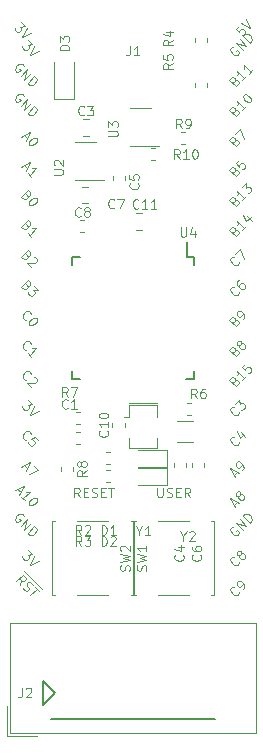
<source format=gto>
G04 #@! TF.GenerationSoftware,KiCad,Pcbnew,5.1.8-db9833491~88~ubuntu20.04.1*
G04 #@! TF.CreationDate,2021-01-17T16:25:24+01:00*
G04 #@! TF.ProjectId,Pic32MxRedFox,50696333-324d-4785-9265-64466f782e6b,Rev2*
G04 #@! TF.SameCoordinates,PX5faea10PY8eeaea0*
G04 #@! TF.FileFunction,Legend,Top*
G04 #@! TF.FilePolarity,Positive*
%FSLAX46Y46*%
G04 Gerber Fmt 4.6, Leading zero omitted, Abs format (unit mm)*
G04 Created by KiCad (PCBNEW 5.1.8-db9833491~88~ubuntu20.04.1) date 2021-01-17 16:25:24*
%MOMM*%
%LPD*%
G01*
G04 APERTURE LIST*
%ADD10C,0.120000*%
%ADD11C,0.150000*%
%ADD12C,0.200000*%
G04 APERTURE END LIST*
D10*
X12217571Y19932596D02*
X12217571Y19284977D01*
X12255666Y19208786D01*
X12293761Y19170691D01*
X12369952Y19132596D01*
X12522333Y19132596D01*
X12598523Y19170691D01*
X12636619Y19208786D01*
X12674714Y19284977D01*
X12674714Y19932596D01*
X13017571Y19170691D02*
X13131857Y19132596D01*
X13322333Y19132596D01*
X13398523Y19170691D01*
X13436619Y19208786D01*
X13474714Y19284977D01*
X13474714Y19361167D01*
X13436619Y19437358D01*
X13398523Y19475453D01*
X13322333Y19513548D01*
X13169952Y19551643D01*
X13093761Y19589739D01*
X13055666Y19627834D01*
X13017571Y19704024D01*
X13017571Y19780215D01*
X13055666Y19856405D01*
X13093761Y19894500D01*
X13169952Y19932596D01*
X13360428Y19932596D01*
X13474714Y19894500D01*
X13817571Y19551643D02*
X14084238Y19551643D01*
X14198523Y19132596D02*
X13817571Y19132596D01*
X13817571Y19932596D01*
X14198523Y19932596D01*
X14998523Y19132596D02*
X14731857Y19513548D01*
X14541380Y19132596D02*
X14541380Y19932596D01*
X14846142Y19932596D01*
X14922333Y19894500D01*
X14960428Y19856405D01*
X14998523Y19780215D01*
X14998523Y19665929D01*
X14960428Y19589739D01*
X14922333Y19551643D01*
X14846142Y19513548D01*
X14541380Y19513548D01*
X5632595Y19132596D02*
X5365928Y19513548D01*
X5175452Y19132596D02*
X5175452Y19932596D01*
X5480214Y19932596D01*
X5556404Y19894500D01*
X5594500Y19856405D01*
X5632595Y19780215D01*
X5632595Y19665929D01*
X5594500Y19589739D01*
X5556404Y19551643D01*
X5480214Y19513548D01*
X5175452Y19513548D01*
X5975452Y19551643D02*
X6242119Y19551643D01*
X6356404Y19132596D02*
X5975452Y19132596D01*
X5975452Y19932596D01*
X6356404Y19932596D01*
X6661166Y19170691D02*
X6775452Y19132596D01*
X6965928Y19132596D01*
X7042119Y19170691D01*
X7080214Y19208786D01*
X7118309Y19284977D01*
X7118309Y19361167D01*
X7080214Y19437358D01*
X7042119Y19475453D01*
X6965928Y19513548D01*
X6813547Y19551643D01*
X6737357Y19589739D01*
X6699261Y19627834D01*
X6661166Y19704024D01*
X6661166Y19780215D01*
X6699261Y19856405D01*
X6737357Y19894500D01*
X6813547Y19932596D01*
X7004023Y19932596D01*
X7118309Y19894500D01*
X7461166Y19551643D02*
X7727833Y19551643D01*
X7842119Y19132596D02*
X7461166Y19132596D01*
X7461166Y19932596D01*
X7842119Y19932596D01*
X8070690Y19932596D02*
X8527833Y19932596D01*
X8299261Y19132596D02*
X8299261Y19932596D01*
D11*
X2540000Y1524000D02*
X2540000Y3556000D01*
X3556000Y2540000D02*
X2540000Y1524000D01*
X3556000Y2540000D02*
X2540000Y3556000D01*
D10*
X895515Y12903189D02*
X1461201Y12337503D01*
X579944Y11671746D02*
X660756Y12129681D01*
X256695Y11994994D02*
X822380Y12560680D01*
X1037880Y12345181D01*
X1064817Y12264368D01*
X1064817Y12210494D01*
X1037880Y12129681D01*
X957067Y12048869D01*
X876255Y12021932D01*
X822380Y12021932D01*
X741568Y12048869D01*
X526069Y12264368D01*
X1461201Y12337503D02*
X1999949Y11798755D01*
X822380Y11483184D02*
X876255Y11375434D01*
X1010942Y11240747D01*
X1091754Y11213810D01*
X1145629Y11213810D01*
X1226441Y11240747D01*
X1280316Y11294622D01*
X1307254Y11375434D01*
X1307254Y11429309D01*
X1280316Y11510121D01*
X1199504Y11644808D01*
X1172567Y11725620D01*
X1172567Y11779495D01*
X1199504Y11860307D01*
X1253379Y11914182D01*
X1334191Y11941120D01*
X1388066Y11941120D01*
X1468878Y11914182D01*
X1603565Y11779495D01*
X1657440Y11671746D01*
X1999949Y11798755D02*
X2430947Y11367757D01*
X1846002Y11537059D02*
X2169250Y11213810D01*
X1441941Y10809749D02*
X2007626Y11375434D01*
X903193Y17505993D02*
X876255Y17586805D01*
X795443Y17667617D01*
X687693Y17721492D01*
X579944Y17721492D01*
X499132Y17694555D01*
X364445Y17613742D01*
X283632Y17532930D01*
X202820Y17398243D01*
X175883Y17317431D01*
X175883Y17209681D01*
X229758Y17101932D01*
X283632Y17048057D01*
X391382Y16994182D01*
X445257Y16994182D01*
X633819Y17182744D01*
X526069Y17290494D01*
X633819Y16697871D02*
X1199504Y17263556D01*
X957067Y16374622D01*
X1522753Y16940307D01*
X1226441Y16105248D02*
X1792127Y16670933D01*
X1926814Y16536246D01*
X1980689Y16428497D01*
X1980689Y16320747D01*
X1953751Y16239935D01*
X1872939Y16105248D01*
X1792127Y16024436D01*
X1657440Y15943624D01*
X1576628Y15916686D01*
X1468878Y15916686D01*
X1361128Y15970561D01*
X1226441Y16105248D01*
X1280316Y14642744D02*
X1630502Y14292558D01*
X1226441Y14265620D01*
X1307254Y14184808D01*
X1334191Y14103996D01*
X1334191Y14050121D01*
X1307254Y13969309D01*
X1172567Y13834622D01*
X1091754Y13807685D01*
X1037880Y13807685D01*
X957067Y13834622D01*
X795443Y13996246D01*
X768506Y14077059D01*
X768506Y14130933D01*
X1792127Y14130933D02*
X1415003Y13376686D01*
X2169250Y13753810D01*
X364445Y19830494D02*
X633819Y19561120D01*
X148945Y19722744D02*
X903193Y20099868D01*
X526069Y19345620D01*
X1010942Y18860747D02*
X687693Y19183996D01*
X849318Y19022372D02*
X1415003Y19588057D01*
X1280316Y19561120D01*
X1172567Y19561120D01*
X1091754Y19588057D01*
X1926814Y19076246D02*
X1980689Y19022372D01*
X2007626Y18941559D01*
X2007626Y18887685D01*
X1980689Y18806872D01*
X1899876Y18672185D01*
X1765189Y18537498D01*
X1630502Y18456686D01*
X1549690Y18429749D01*
X1495815Y18429749D01*
X1415003Y18456686D01*
X1361128Y18510561D01*
X1334191Y18591373D01*
X1334191Y18645248D01*
X1361128Y18726060D01*
X1441941Y18860747D01*
X1576628Y18995434D01*
X1711315Y19076246D01*
X1792127Y19103184D01*
X1846002Y19103184D01*
X1926814Y19076246D01*
X903193Y21831746D02*
X1172567Y21562372D01*
X687693Y21723996D02*
X1441941Y22101120D01*
X1064817Y21346872D01*
X1765189Y21777871D02*
X2142313Y21400747D01*
X1334191Y21077498D01*
X1064817Y23994622D02*
X1010942Y23994622D01*
X903193Y24048497D01*
X849318Y24102372D01*
X795443Y24210121D01*
X795443Y24317871D01*
X822380Y24398683D01*
X903193Y24533370D01*
X984005Y24614182D01*
X1118692Y24694994D01*
X1199504Y24721932D01*
X1307254Y24721932D01*
X1415003Y24668057D01*
X1468878Y24614182D01*
X1522753Y24506433D01*
X1522753Y24452558D01*
X2088438Y23994622D02*
X1819064Y24263996D01*
X1522753Y24021559D01*
X1576628Y24021559D01*
X1657440Y23994622D01*
X1792127Y23859935D01*
X1819064Y23779123D01*
X1819064Y23725248D01*
X1792127Y23644436D01*
X1657440Y23509749D01*
X1576628Y23482811D01*
X1522753Y23482811D01*
X1441941Y23509749D01*
X1307254Y23644436D01*
X1280316Y23725248D01*
X1280316Y23779123D01*
X1280316Y27342744D02*
X1630502Y26992558D01*
X1226441Y26965620D01*
X1307254Y26884808D01*
X1334191Y26803996D01*
X1334191Y26750121D01*
X1307254Y26669309D01*
X1172567Y26534622D01*
X1091754Y26507685D01*
X1037880Y26507685D01*
X957067Y26534622D01*
X795443Y26696246D01*
X768506Y26777059D01*
X768506Y26830933D01*
X1792127Y26830933D02*
X1415003Y26076686D01*
X2169250Y26453810D01*
X1064817Y29074622D02*
X1010942Y29074622D01*
X903193Y29128497D01*
X849318Y29182372D01*
X795443Y29290121D01*
X795443Y29397871D01*
X822380Y29478683D01*
X903193Y29613370D01*
X984005Y29694182D01*
X1118692Y29774994D01*
X1199504Y29801932D01*
X1307254Y29801932D01*
X1415003Y29748057D01*
X1468878Y29694182D01*
X1522753Y29586433D01*
X1522753Y29532558D01*
X1738252Y29317059D02*
X1792127Y29317059D01*
X1872939Y29290121D01*
X2007626Y29155434D01*
X2034563Y29074622D01*
X2034563Y29020747D01*
X2007626Y28939935D01*
X1953751Y28886060D01*
X1846002Y28832185D01*
X1199504Y28832185D01*
X1549690Y28481999D01*
X1064817Y31614622D02*
X1010942Y31614622D01*
X903193Y31668497D01*
X849318Y31722372D01*
X795443Y31830121D01*
X795443Y31937871D01*
X822380Y32018683D01*
X903193Y32153370D01*
X984005Y32234182D01*
X1118692Y32314994D01*
X1199504Y32341932D01*
X1307254Y32341932D01*
X1415003Y32288057D01*
X1468878Y32234182D01*
X1522753Y32126433D01*
X1522753Y32072558D01*
X1549690Y31021999D02*
X1226441Y31345248D01*
X1388066Y31183624D02*
X1953751Y31749309D01*
X1819064Y31722372D01*
X1711315Y31722372D01*
X1630502Y31749309D01*
X1064817Y34154622D02*
X1010942Y34154622D01*
X903193Y34208497D01*
X849318Y34262372D01*
X795443Y34370121D01*
X795443Y34477871D01*
X822380Y34558683D01*
X903193Y34693370D01*
X984005Y34774182D01*
X1118692Y34854994D01*
X1199504Y34881932D01*
X1307254Y34881932D01*
X1415003Y34828057D01*
X1468878Y34774182D01*
X1522753Y34666433D01*
X1522753Y34612558D01*
X1926814Y34316246D02*
X1980689Y34262372D01*
X2007626Y34181559D01*
X2007626Y34127685D01*
X1980689Y34046872D01*
X1899876Y33912185D01*
X1765189Y33777498D01*
X1630502Y33696686D01*
X1549690Y33669749D01*
X1495815Y33669749D01*
X1415003Y33696686D01*
X1361128Y33750561D01*
X1334191Y33831373D01*
X1334191Y33885248D01*
X1361128Y33966060D01*
X1441941Y34100747D01*
X1576628Y34235434D01*
X1711315Y34316246D01*
X1792127Y34343184D01*
X1846002Y34343184D01*
X1926814Y34316246D01*
X1172567Y37071746D02*
X1226441Y36963996D01*
X1226441Y36910121D01*
X1199504Y36829309D01*
X1118692Y36748497D01*
X1037880Y36721559D01*
X984005Y36721559D01*
X903193Y36748497D01*
X687693Y36963996D01*
X1253379Y37529681D01*
X1441941Y37341120D01*
X1468878Y37260307D01*
X1468878Y37206433D01*
X1441941Y37125620D01*
X1388066Y37071746D01*
X1307254Y37044808D01*
X1253379Y37044808D01*
X1172567Y37071746D01*
X984005Y37260307D01*
X1765189Y37017871D02*
X2115376Y36667685D01*
X1711315Y36640747D01*
X1792127Y36559935D01*
X1819064Y36479123D01*
X1819064Y36425248D01*
X1792127Y36344436D01*
X1657440Y36209749D01*
X1576628Y36182811D01*
X1522753Y36182811D01*
X1441941Y36209749D01*
X1280316Y36371373D01*
X1253379Y36452185D01*
X1253379Y36506060D01*
X1172567Y39611746D02*
X1226441Y39503996D01*
X1226441Y39450121D01*
X1199504Y39369309D01*
X1118692Y39288497D01*
X1037880Y39261559D01*
X984005Y39261559D01*
X903193Y39288497D01*
X687693Y39503996D01*
X1253379Y40069681D01*
X1441941Y39881120D01*
X1468878Y39800307D01*
X1468878Y39746433D01*
X1441941Y39665620D01*
X1388066Y39611746D01*
X1307254Y39584808D01*
X1253379Y39584808D01*
X1172567Y39611746D01*
X984005Y39800307D01*
X1738252Y39477059D02*
X1792127Y39477059D01*
X1872939Y39450121D01*
X2007626Y39315434D01*
X2034563Y39234622D01*
X2034563Y39180747D01*
X2007626Y39099935D01*
X1953751Y39046060D01*
X1846002Y38992185D01*
X1199504Y38992185D01*
X1549690Y38641999D01*
X1172567Y42151746D02*
X1226441Y42043996D01*
X1226441Y41990121D01*
X1199504Y41909309D01*
X1118692Y41828497D01*
X1037880Y41801559D01*
X984005Y41801559D01*
X903193Y41828497D01*
X687693Y42043996D01*
X1253379Y42609681D01*
X1441941Y42421120D01*
X1468878Y42340307D01*
X1468878Y42286433D01*
X1441941Y42205620D01*
X1388066Y42151746D01*
X1307254Y42124808D01*
X1253379Y42124808D01*
X1172567Y42151746D01*
X984005Y42340307D01*
X1549690Y41181999D02*
X1226441Y41505248D01*
X1388066Y41343624D02*
X1953751Y41909309D01*
X1819064Y41882372D01*
X1711315Y41882372D01*
X1630502Y41909309D01*
X1172567Y44691746D02*
X1226441Y44583996D01*
X1226441Y44530121D01*
X1199504Y44449309D01*
X1118692Y44368497D01*
X1037880Y44341559D01*
X984005Y44341559D01*
X903193Y44368497D01*
X687693Y44583996D01*
X1253379Y45149681D01*
X1441941Y44961120D01*
X1468878Y44880307D01*
X1468878Y44826433D01*
X1441941Y44745620D01*
X1388066Y44691746D01*
X1307254Y44664808D01*
X1253379Y44664808D01*
X1172567Y44691746D01*
X984005Y44880307D01*
X1926814Y44476246D02*
X1980689Y44422372D01*
X2007626Y44341559D01*
X2007626Y44287685D01*
X1980689Y44206872D01*
X1899876Y44072185D01*
X1765189Y43937498D01*
X1630502Y43856686D01*
X1549690Y43829749D01*
X1495815Y43829749D01*
X1415003Y43856686D01*
X1361128Y43910561D01*
X1334191Y43991373D01*
X1334191Y44045248D01*
X1361128Y44126060D01*
X1441941Y44260747D01*
X1576628Y44395434D01*
X1711315Y44476246D01*
X1792127Y44503184D01*
X1846002Y44503184D01*
X1926814Y44476246D01*
X903193Y47231746D02*
X1172567Y46962372D01*
X687693Y47123996D02*
X1441941Y47501120D01*
X1064817Y46746872D01*
X1549690Y46261999D02*
X1226441Y46585248D01*
X1388066Y46423624D02*
X1953751Y46989309D01*
X1819064Y46962372D01*
X1711315Y46962372D01*
X1630502Y46989309D01*
X903193Y49771746D02*
X1172567Y49502372D01*
X687693Y49663996D02*
X1441941Y50041120D01*
X1064817Y49286872D01*
X1926814Y49556246D02*
X1980689Y49502372D01*
X2007626Y49421559D01*
X2007626Y49367685D01*
X1980689Y49286872D01*
X1899876Y49152185D01*
X1765189Y49017498D01*
X1630502Y48936686D01*
X1549690Y48909749D01*
X1495815Y48909749D01*
X1415003Y48936686D01*
X1361128Y48990561D01*
X1334191Y49071373D01*
X1334191Y49125248D01*
X1361128Y49206060D01*
X1441941Y49340747D01*
X1576628Y49475434D01*
X1711315Y49556246D01*
X1792127Y49583184D01*
X1846002Y49583184D01*
X1926814Y49556246D01*
X903193Y53065993D02*
X876255Y53146805D01*
X795443Y53227617D01*
X687693Y53281492D01*
X579944Y53281492D01*
X499132Y53254555D01*
X364445Y53173742D01*
X283632Y53092930D01*
X202820Y52958243D01*
X175883Y52877431D01*
X175883Y52769681D01*
X229758Y52661932D01*
X283632Y52608057D01*
X391382Y52554182D01*
X445257Y52554182D01*
X633819Y52742744D01*
X526069Y52850494D01*
X633819Y52257871D02*
X1199504Y52823556D01*
X957067Y51934622D01*
X1522753Y52500307D01*
X1226441Y51665248D02*
X1792127Y52230933D01*
X1926814Y52096246D01*
X1980689Y51988497D01*
X1980689Y51880747D01*
X1953751Y51799935D01*
X1872939Y51665248D01*
X1792127Y51584436D01*
X1657440Y51503624D01*
X1576628Y51476686D01*
X1468878Y51476686D01*
X1361128Y51530561D01*
X1226441Y51665248D01*
X903193Y55605993D02*
X876255Y55686805D01*
X795443Y55767617D01*
X687693Y55821492D01*
X579944Y55821492D01*
X499132Y55794555D01*
X364445Y55713742D01*
X283632Y55632930D01*
X202820Y55498243D01*
X175883Y55417431D01*
X175883Y55309681D01*
X229758Y55201932D01*
X283632Y55148057D01*
X391382Y55094182D01*
X445257Y55094182D01*
X633819Y55282744D01*
X526069Y55390494D01*
X633819Y54797871D02*
X1199504Y55363556D01*
X957067Y54474622D01*
X1522753Y55040307D01*
X1226441Y54205248D02*
X1792127Y54770933D01*
X1926814Y54636246D01*
X1980689Y54528497D01*
X1980689Y54420747D01*
X1953751Y54339935D01*
X1872939Y54205248D01*
X1792127Y54124436D01*
X1657440Y54043624D01*
X1576628Y54016686D01*
X1468878Y54016686D01*
X1361128Y54070561D01*
X1226441Y54205248D01*
X1280316Y57822744D02*
X1630502Y57472558D01*
X1226441Y57445620D01*
X1307254Y57364808D01*
X1334191Y57283996D01*
X1334191Y57230121D01*
X1307254Y57149309D01*
X1172567Y57014622D01*
X1091754Y56987685D01*
X1037880Y56987685D01*
X957067Y57014622D01*
X795443Y57176246D01*
X768506Y57257059D01*
X768506Y57310933D01*
X1792127Y57310933D02*
X1415003Y56556686D01*
X2169250Y56933810D01*
X645316Y59346744D02*
X995502Y58996558D01*
X591441Y58969620D01*
X672254Y58888808D01*
X699191Y58807996D01*
X699191Y58754121D01*
X672254Y58673309D01*
X537567Y58538622D01*
X456754Y58511685D01*
X402880Y58511685D01*
X322067Y58538622D01*
X160443Y58700246D01*
X133506Y58781059D01*
X133506Y58834933D01*
X1157127Y58834933D02*
X780003Y58080686D01*
X1534250Y58457810D01*
X19130120Y11106060D02*
X19130120Y11052185D01*
X19076245Y10944436D01*
X19022371Y10890561D01*
X18914621Y10836686D01*
X18806871Y10836686D01*
X18726059Y10863624D01*
X18591372Y10944436D01*
X18510560Y11025248D01*
X18429748Y11159935D01*
X18402810Y11240747D01*
X18402810Y11348497D01*
X18456685Y11456246D01*
X18510560Y11510121D01*
X18618310Y11563996D01*
X18672184Y11563996D01*
X19453369Y11321559D02*
X19561119Y11429309D01*
X19588056Y11510121D01*
X19588056Y11563996D01*
X19561119Y11698683D01*
X19480306Y11833370D01*
X19264807Y12048869D01*
X19183995Y12075807D01*
X19130120Y12075807D01*
X19049308Y12048869D01*
X18941558Y11941120D01*
X18914621Y11860307D01*
X18914621Y11806433D01*
X18941558Y11725620D01*
X19076245Y11590933D01*
X19157058Y11563996D01*
X19210932Y11563996D01*
X19291745Y11590933D01*
X19399494Y11698683D01*
X19426432Y11779495D01*
X19426432Y11833370D01*
X19399494Y11914182D01*
X19130120Y13646060D02*
X19130120Y13592185D01*
X19076245Y13484436D01*
X19022371Y13430561D01*
X18914621Y13376686D01*
X18806871Y13376686D01*
X18726059Y13403624D01*
X18591372Y13484436D01*
X18510560Y13565248D01*
X18429748Y13699935D01*
X18402810Y13780747D01*
X18402810Y13888497D01*
X18456685Y13996246D01*
X18510560Y14050121D01*
X18618310Y14103996D01*
X18672184Y14103996D01*
X19183995Y14238683D02*
X19103183Y14211746D01*
X19049308Y14211746D01*
X18968496Y14238683D01*
X18941558Y14265620D01*
X18914621Y14346433D01*
X18914621Y14400307D01*
X18941558Y14481120D01*
X19049308Y14588869D01*
X19130120Y14615807D01*
X19183995Y14615807D01*
X19264807Y14588869D01*
X19291745Y14561932D01*
X19318682Y14481120D01*
X19318682Y14427245D01*
X19291745Y14346433D01*
X19183995Y14238683D01*
X19157058Y14157871D01*
X19157058Y14103996D01*
X19183995Y14023184D01*
X19291745Y13915434D01*
X19372557Y13888497D01*
X19426432Y13888497D01*
X19507244Y13915434D01*
X19614993Y14023184D01*
X19641931Y14103996D01*
X19641931Y14157871D01*
X19614993Y14238683D01*
X19507244Y14346433D01*
X19426432Y14373370D01*
X19372557Y14373370D01*
X19291745Y14346433D01*
X18618310Y16643996D02*
X18537497Y16617059D01*
X18456685Y16536246D01*
X18402810Y16428497D01*
X18402810Y16320747D01*
X18429748Y16239935D01*
X18510560Y16105248D01*
X18591372Y16024436D01*
X18726059Y15943624D01*
X18806871Y15916686D01*
X18914621Y15916686D01*
X19022371Y15970561D01*
X19076245Y16024436D01*
X19130120Y16132185D01*
X19130120Y16186060D01*
X18941558Y16374622D01*
X18833809Y16266872D01*
X19426432Y16374622D02*
X18860746Y16940307D01*
X19749680Y16697871D01*
X19183995Y17263556D01*
X20019054Y16967245D02*
X19453369Y17532930D01*
X19588056Y17667617D01*
X19695806Y17721492D01*
X19803555Y17721492D01*
X19884367Y17694555D01*
X20019054Y17613742D01*
X20099867Y17532930D01*
X20180679Y17398243D01*
X20207616Y17317431D01*
X20207616Y17209681D01*
X20153741Y17101932D01*
X20019054Y16967245D01*
X18672184Y18483624D02*
X18941558Y18752998D01*
X18779934Y18268124D02*
X18402810Y19022372D01*
X19157058Y18645248D01*
X19103183Y19237871D02*
X19022371Y19210933D01*
X18968496Y19210933D01*
X18887684Y19237871D01*
X18860746Y19264808D01*
X18833809Y19345620D01*
X18833809Y19399495D01*
X18860746Y19480307D01*
X18968496Y19588057D01*
X19049308Y19614994D01*
X19103183Y19614994D01*
X19183995Y19588057D01*
X19210932Y19561120D01*
X19237870Y19480307D01*
X19237870Y19426433D01*
X19210932Y19345620D01*
X19103183Y19237871D01*
X19076245Y19157059D01*
X19076245Y19103184D01*
X19103183Y19022372D01*
X19210932Y18914622D01*
X19291745Y18887685D01*
X19345619Y18887685D01*
X19426432Y18914622D01*
X19534181Y19022372D01*
X19561119Y19103184D01*
X19561119Y19157059D01*
X19534181Y19237871D01*
X19426432Y19345620D01*
X19345619Y19372558D01*
X19291745Y19372558D01*
X19210932Y19345620D01*
X18672184Y21023624D02*
X18941558Y21292998D01*
X18779934Y20808124D02*
X18402810Y21562372D01*
X19157058Y21185248D01*
X19372557Y21400747D02*
X19480306Y21508497D01*
X19507244Y21589309D01*
X19507244Y21643184D01*
X19480306Y21777871D01*
X19399494Y21912558D01*
X19183995Y22128057D01*
X19103183Y22154994D01*
X19049308Y22154994D01*
X18968496Y22128057D01*
X18860746Y22020307D01*
X18833809Y21939495D01*
X18833809Y21885620D01*
X18860746Y21804808D01*
X18995433Y21670121D01*
X19076245Y21643184D01*
X19130120Y21643184D01*
X19210932Y21670121D01*
X19318682Y21777871D01*
X19345619Y21858683D01*
X19345619Y21912558D01*
X19318682Y21993370D01*
X19130120Y23806060D02*
X19130120Y23752185D01*
X19076245Y23644436D01*
X19022371Y23590561D01*
X18914621Y23536686D01*
X18806871Y23536686D01*
X18726059Y23563624D01*
X18591372Y23644436D01*
X18510560Y23725248D01*
X18429748Y23859935D01*
X18402810Y23940747D01*
X18402810Y24048497D01*
X18456685Y24156246D01*
X18510560Y24210121D01*
X18618310Y24263996D01*
X18672184Y24263996D01*
X19291745Y24614182D02*
X19668868Y24237059D01*
X18941558Y24694994D02*
X19210932Y24156246D01*
X19561119Y24506433D01*
X19130120Y26346060D02*
X19130120Y26292185D01*
X19076245Y26184436D01*
X19022371Y26130561D01*
X18914621Y26076686D01*
X18806871Y26076686D01*
X18726059Y26103624D01*
X18591372Y26184436D01*
X18510560Y26265248D01*
X18429748Y26399935D01*
X18402810Y26480747D01*
X18402810Y26588497D01*
X18456685Y26696246D01*
X18510560Y26750121D01*
X18618310Y26803996D01*
X18672184Y26803996D01*
X18806871Y27046433D02*
X19157058Y27396619D01*
X19183995Y26992558D01*
X19264807Y27073370D01*
X19345619Y27100307D01*
X19399494Y27100307D01*
X19480306Y27073370D01*
X19614993Y26938683D01*
X19641931Y26857871D01*
X19641931Y26803996D01*
X19614993Y26723184D01*
X19453369Y26561559D01*
X19372557Y26534622D01*
X19318682Y26534622D01*
X18752997Y28993810D02*
X18860746Y29047685D01*
X18914621Y29047685D01*
X18995433Y29020747D01*
X19076245Y28939935D01*
X19103183Y28859123D01*
X19103183Y28805248D01*
X19076245Y28724436D01*
X18860746Y28508937D01*
X18295061Y29074622D01*
X18483623Y29263184D01*
X18564435Y29290121D01*
X18618310Y29290121D01*
X18699122Y29263184D01*
X18752997Y29209309D01*
X18779934Y29128497D01*
X18779934Y29074622D01*
X18752997Y28993810D01*
X18564435Y28805248D01*
X19722743Y29370933D02*
X19399494Y29047685D01*
X19561119Y29209309D02*
X18995433Y29774994D01*
X19022371Y29640307D01*
X19022371Y29532558D01*
X18995433Y29451746D01*
X19668868Y30448429D02*
X19399494Y30179055D01*
X19641931Y29882744D01*
X19641931Y29936619D01*
X19668868Y30017431D01*
X19803555Y30152118D01*
X19884367Y30179055D01*
X19938242Y30179055D01*
X20019054Y30152118D01*
X20153741Y30017431D01*
X20180679Y29936619D01*
X20180679Y29882744D01*
X20153741Y29801932D01*
X20019054Y29667245D01*
X19938242Y29640307D01*
X19884367Y29640307D01*
X18752997Y31533810D02*
X18860746Y31587685D01*
X18914621Y31587685D01*
X18995433Y31560747D01*
X19076245Y31479935D01*
X19103183Y31399123D01*
X19103183Y31345248D01*
X19076245Y31264436D01*
X18860746Y31048937D01*
X18295061Y31614622D01*
X18483623Y31803184D01*
X18564435Y31830121D01*
X18618310Y31830121D01*
X18699122Y31803184D01*
X18752997Y31749309D01*
X18779934Y31668497D01*
X18779934Y31614622D01*
X18752997Y31533810D01*
X18564435Y31345248D01*
X19183995Y32018683D02*
X19103183Y31991746D01*
X19049308Y31991746D01*
X18968496Y32018683D01*
X18941558Y32045620D01*
X18914621Y32126433D01*
X18914621Y32180307D01*
X18941558Y32261120D01*
X19049308Y32368869D01*
X19130120Y32395807D01*
X19183995Y32395807D01*
X19264807Y32368869D01*
X19291745Y32341932D01*
X19318682Y32261120D01*
X19318682Y32207245D01*
X19291745Y32126433D01*
X19183995Y32018683D01*
X19157058Y31937871D01*
X19157058Y31883996D01*
X19183995Y31803184D01*
X19291745Y31695434D01*
X19372557Y31668497D01*
X19426432Y31668497D01*
X19507244Y31695434D01*
X19614993Y31803184D01*
X19641931Y31883996D01*
X19641931Y31937871D01*
X19614993Y32018683D01*
X19507244Y32126433D01*
X19426432Y32153370D01*
X19372557Y32153370D01*
X19291745Y32126433D01*
X18752997Y34073810D02*
X18860746Y34127685D01*
X18914621Y34127685D01*
X18995433Y34100747D01*
X19076245Y34019935D01*
X19103183Y33939123D01*
X19103183Y33885248D01*
X19076245Y33804436D01*
X18860746Y33588937D01*
X18295061Y34154622D01*
X18483623Y34343184D01*
X18564435Y34370121D01*
X18618310Y34370121D01*
X18699122Y34343184D01*
X18752997Y34289309D01*
X18779934Y34208497D01*
X18779934Y34154622D01*
X18752997Y34073810D01*
X18564435Y33885248D01*
X19453369Y34181559D02*
X19561119Y34289309D01*
X19588056Y34370121D01*
X19588056Y34423996D01*
X19561119Y34558683D01*
X19480306Y34693370D01*
X19264807Y34908869D01*
X19183995Y34935807D01*
X19130120Y34935807D01*
X19049308Y34908869D01*
X18941558Y34801120D01*
X18914621Y34720307D01*
X18914621Y34666433D01*
X18941558Y34585620D01*
X19076245Y34450933D01*
X19157058Y34423996D01*
X19210932Y34423996D01*
X19291745Y34450933D01*
X19399494Y34558683D01*
X19426432Y34639495D01*
X19426432Y34693370D01*
X19399494Y34774182D01*
X19130120Y36506060D02*
X19130120Y36452185D01*
X19076245Y36344436D01*
X19022371Y36290561D01*
X18914621Y36236686D01*
X18806871Y36236686D01*
X18726059Y36263624D01*
X18591372Y36344436D01*
X18510560Y36425248D01*
X18429748Y36559935D01*
X18402810Y36640747D01*
X18402810Y36748497D01*
X18456685Y36856246D01*
X18510560Y36910121D01*
X18618310Y36963996D01*
X18672184Y36963996D01*
X19103183Y37502744D02*
X18995433Y37394994D01*
X18968496Y37314182D01*
X18968496Y37260307D01*
X18995433Y37125620D01*
X19076245Y36990933D01*
X19291745Y36775434D01*
X19372557Y36748497D01*
X19426432Y36748497D01*
X19507244Y36775434D01*
X19614993Y36883184D01*
X19641931Y36963996D01*
X19641931Y37017871D01*
X19614993Y37098683D01*
X19480306Y37233370D01*
X19399494Y37260307D01*
X19345619Y37260307D01*
X19264807Y37233370D01*
X19157058Y37125620D01*
X19130120Y37044808D01*
X19130120Y36990933D01*
X19157058Y36910121D01*
X19130120Y39046060D02*
X19130120Y38992185D01*
X19076245Y38884436D01*
X19022371Y38830561D01*
X18914621Y38776686D01*
X18806871Y38776686D01*
X18726059Y38803624D01*
X18591372Y38884436D01*
X18510560Y38965248D01*
X18429748Y39099935D01*
X18402810Y39180747D01*
X18402810Y39288497D01*
X18456685Y39396246D01*
X18510560Y39450121D01*
X18618310Y39503996D01*
X18672184Y39503996D01*
X18806871Y39746433D02*
X19183995Y40123556D01*
X19507244Y39315434D01*
X18752997Y41693810D02*
X18860746Y41747685D01*
X18914621Y41747685D01*
X18995433Y41720747D01*
X19076245Y41639935D01*
X19103183Y41559123D01*
X19103183Y41505248D01*
X19076245Y41424436D01*
X18860746Y41208937D01*
X18295061Y41774622D01*
X18483623Y41963184D01*
X18564435Y41990121D01*
X18618310Y41990121D01*
X18699122Y41963184D01*
X18752997Y41909309D01*
X18779934Y41828497D01*
X18779934Y41774622D01*
X18752997Y41693810D01*
X18564435Y41505248D01*
X19722743Y42070933D02*
X19399494Y41747685D01*
X19561119Y41909309D02*
X18995433Y42474994D01*
X19022371Y42340307D01*
X19022371Y42232558D01*
X18995433Y42151746D01*
X19830493Y42932930D02*
X20207616Y42555807D01*
X19480306Y43013742D02*
X19749680Y42474994D01*
X20099867Y42825181D01*
X18752997Y44233810D02*
X18860746Y44287685D01*
X18914621Y44287685D01*
X18995433Y44260747D01*
X19076245Y44179935D01*
X19103183Y44099123D01*
X19103183Y44045248D01*
X19076245Y43964436D01*
X18860746Y43748937D01*
X18295061Y44314622D01*
X18483623Y44503184D01*
X18564435Y44530121D01*
X18618310Y44530121D01*
X18699122Y44503184D01*
X18752997Y44449309D01*
X18779934Y44368497D01*
X18779934Y44314622D01*
X18752997Y44233810D01*
X18564435Y44045248D01*
X19722743Y44610933D02*
X19399494Y44287685D01*
X19561119Y44449309D02*
X18995433Y45014994D01*
X19022371Y44880307D01*
X19022371Y44772558D01*
X18995433Y44691746D01*
X19345619Y45365181D02*
X19695806Y45715367D01*
X19722743Y45311306D01*
X19803555Y45392118D01*
X19884367Y45419055D01*
X19938242Y45419055D01*
X20019054Y45392118D01*
X20153741Y45257431D01*
X20180679Y45176619D01*
X20180679Y45122744D01*
X20153741Y45041932D01*
X19992117Y44880307D01*
X19911305Y44853370D01*
X19857430Y44853370D01*
X18752997Y46773810D02*
X18860746Y46827685D01*
X18914621Y46827685D01*
X18995433Y46800747D01*
X19076245Y46719935D01*
X19103183Y46639123D01*
X19103183Y46585248D01*
X19076245Y46504436D01*
X18860746Y46288937D01*
X18295061Y46854622D01*
X18483623Y47043184D01*
X18564435Y47070121D01*
X18618310Y47070121D01*
X18699122Y47043184D01*
X18752997Y46989309D01*
X18779934Y46908497D01*
X18779934Y46854622D01*
X18752997Y46773810D01*
X18564435Y46585248D01*
X19130120Y47689681D02*
X18860746Y47420307D01*
X19103183Y47123996D01*
X19103183Y47177871D01*
X19130120Y47258683D01*
X19264807Y47393370D01*
X19345619Y47420307D01*
X19399494Y47420307D01*
X19480306Y47393370D01*
X19614993Y47258683D01*
X19641931Y47177871D01*
X19641931Y47123996D01*
X19614993Y47043184D01*
X19480306Y46908497D01*
X19399494Y46881559D01*
X19345619Y46881559D01*
X18752997Y49313810D02*
X18860746Y49367685D01*
X18914621Y49367685D01*
X18995433Y49340747D01*
X19076245Y49259935D01*
X19103183Y49179123D01*
X19103183Y49125248D01*
X19076245Y49044436D01*
X18860746Y48828937D01*
X18295061Y49394622D01*
X18483623Y49583184D01*
X18564435Y49610121D01*
X18618310Y49610121D01*
X18699122Y49583184D01*
X18752997Y49529309D01*
X18779934Y49448497D01*
X18779934Y49394622D01*
X18752997Y49313810D01*
X18564435Y49125248D01*
X18806871Y49906433D02*
X19183995Y50283556D01*
X19507244Y49475434D01*
X18752997Y51853810D02*
X18860746Y51907685D01*
X18914621Y51907685D01*
X18995433Y51880747D01*
X19076245Y51799935D01*
X19103183Y51719123D01*
X19103183Y51665248D01*
X19076245Y51584436D01*
X18860746Y51368937D01*
X18295061Y51934622D01*
X18483623Y52123184D01*
X18564435Y52150121D01*
X18618310Y52150121D01*
X18699122Y52123184D01*
X18752997Y52069309D01*
X18779934Y51988497D01*
X18779934Y51934622D01*
X18752997Y51853810D01*
X18564435Y51665248D01*
X19722743Y52230933D02*
X19399494Y51907685D01*
X19561119Y52069309D02*
X18995433Y52634994D01*
X19022371Y52500307D01*
X19022371Y52392558D01*
X18995433Y52311746D01*
X19507244Y53146805D02*
X19561119Y53200680D01*
X19641931Y53227617D01*
X19695806Y53227617D01*
X19776618Y53200680D01*
X19911305Y53119868D01*
X20045992Y52985181D01*
X20126804Y52850494D01*
X20153741Y52769681D01*
X20153741Y52715807D01*
X20126804Y52634994D01*
X20072929Y52581120D01*
X19992117Y52554182D01*
X19938242Y52554182D01*
X19857430Y52581120D01*
X19722743Y52661932D01*
X19588056Y52796619D01*
X19507244Y52931306D01*
X19480306Y53012118D01*
X19480306Y53065993D01*
X19507244Y53146805D01*
X18752997Y54393810D02*
X18860746Y54447685D01*
X18914621Y54447685D01*
X18995433Y54420747D01*
X19076245Y54339935D01*
X19103183Y54259123D01*
X19103183Y54205248D01*
X19076245Y54124436D01*
X18860746Y53908937D01*
X18295061Y54474622D01*
X18483623Y54663184D01*
X18564435Y54690121D01*
X18618310Y54690121D01*
X18699122Y54663184D01*
X18752997Y54609309D01*
X18779934Y54528497D01*
X18779934Y54474622D01*
X18752997Y54393810D01*
X18564435Y54205248D01*
X19722743Y54770933D02*
X19399494Y54447685D01*
X19561119Y54609309D02*
X18995433Y55174994D01*
X19022371Y55040307D01*
X19022371Y54932558D01*
X18995433Y54851746D01*
X20261491Y55309681D02*
X19938242Y54986433D01*
X20099867Y55148057D02*
X19534181Y55713742D01*
X19561119Y55579055D01*
X19561119Y55471306D01*
X19534181Y55390494D01*
X18618310Y57283996D02*
X18537497Y57257059D01*
X18456685Y57176246D01*
X18402810Y57068497D01*
X18402810Y56960747D01*
X18429748Y56879935D01*
X18510560Y56745248D01*
X18591372Y56664436D01*
X18726059Y56583624D01*
X18806871Y56556686D01*
X18914621Y56556686D01*
X19022371Y56610561D01*
X19076245Y56664436D01*
X19130120Y56772185D01*
X19130120Y56826060D01*
X18941558Y57014622D01*
X18833809Y56906872D01*
X19426432Y57014622D02*
X18860746Y57580307D01*
X19749680Y57337871D01*
X19183995Y57903556D01*
X20019054Y57607245D02*
X19453369Y58172930D01*
X19588056Y58307617D01*
X19695806Y58361492D01*
X19803555Y58361492D01*
X19884367Y58334555D01*
X20019054Y58253742D01*
X20099867Y58172930D01*
X20180679Y58038243D01*
X20207616Y57957431D01*
X20207616Y57849681D01*
X20153741Y57741932D01*
X20019054Y57607245D01*
X19135935Y59061996D02*
X18866561Y58792622D01*
X19108997Y58496311D01*
X19108997Y58550185D01*
X19135935Y58630998D01*
X19270622Y58765685D01*
X19351434Y58792622D01*
X19405309Y58792622D01*
X19486121Y58765685D01*
X19620808Y58630998D01*
X19647745Y58550185D01*
X19647745Y58496311D01*
X19620808Y58415498D01*
X19486121Y58280811D01*
X19405309Y58253874D01*
X19351434Y58253874D01*
X19324497Y59250558D02*
X20078744Y58873434D01*
X19701620Y59627681D01*
D12*
X17081500Y381000D02*
X3238500Y381000D01*
D10*
X6431252Y49700000D02*
X5908748Y49700000D01*
X6431252Y51120000D02*
X5908748Y51120000D01*
X8180767Y20386000D02*
X7838233Y20386000D01*
X8180767Y21406000D02*
X7838233Y21406000D01*
X13035000Y21631000D02*
X10575000Y21631000D01*
X13035000Y20161000D02*
X13035000Y21631000D01*
X10575000Y20161000D02*
X13035000Y20161000D01*
X12270000Y17120000D02*
X14870000Y17120000D01*
X17020000Y10820000D02*
X16770000Y10820000D01*
X17020000Y17120000D02*
X17020000Y10820000D01*
X16770000Y17120000D02*
X17020000Y17120000D01*
X14870000Y10820000D02*
X12270000Y10820000D01*
X10120000Y17120000D02*
X10370000Y17120000D01*
X10120000Y10820000D02*
X10120000Y17120000D01*
X10370000Y10820000D02*
X10120000Y10820000D01*
X3550000Y10820000D02*
X3300000Y10820000D01*
X3300000Y10820000D02*
X3300000Y17120000D01*
X3300000Y17120000D02*
X3550000Y17120000D01*
X8050000Y10820000D02*
X5450000Y10820000D01*
X9950000Y17120000D02*
X10200000Y17120000D01*
X10200000Y17120000D02*
X10200000Y10820000D01*
X10200000Y10820000D02*
X9950000Y10820000D01*
X5450000Y17120000D02*
X8050000Y17120000D01*
X12016267Y47650000D02*
X11673733Y47650000D01*
X12016267Y48670000D02*
X11673733Y48670000D01*
X14566267Y50020000D02*
X14223733Y50020000D01*
X14566267Y49000000D02*
X14223733Y49000000D01*
X4085000Y21697767D02*
X4085000Y21355233D01*
X5105000Y21697767D02*
X5105000Y21355233D01*
X5305233Y24640000D02*
X5647769Y24640000D01*
X5305233Y23620000D02*
X5647769Y23620000D01*
X5305233Y25301500D02*
X5647767Y25301500D01*
X5305233Y26321500D02*
X5647767Y26321500D01*
X9870000Y48850000D02*
X12320000Y48850000D01*
X11670000Y52070000D02*
X9870000Y52070000D01*
X15245000Y23805000D02*
X13895000Y23805000D01*
X15245000Y25555000D02*
X13895000Y25555000D01*
X10170000Y27130000D02*
X9770000Y27130000D01*
X10170000Y26930000D02*
X9770000Y26930000D01*
X10170000Y23330000D02*
X9770000Y23330000D01*
X12170000Y27130000D02*
X10170000Y27130000D01*
X9770000Y25930000D02*
X9370000Y25930000D01*
X9770000Y25930000D02*
X9770000Y26930000D01*
X10170000Y26930000D02*
X12170000Y26930000D01*
X12170000Y26930000D02*
X12170000Y25930000D01*
X12170000Y24130000D02*
X12170000Y23330000D01*
X12170000Y23330000D02*
X10170000Y23330000D01*
X9770000Y23330000D02*
X9770000Y24130000D01*
X15041267Y26120000D02*
X14698733Y26120000D01*
X15041267Y27140000D02*
X14698733Y27140000D01*
X14630000Y22051267D02*
X14630000Y21708733D01*
X13610000Y22051267D02*
X13610000Y21708733D01*
X9480000Y46331267D02*
X9480000Y45988733D01*
X8460000Y46331267D02*
X8460000Y45988733D01*
X15110000Y22051267D02*
X15110000Y21708733D01*
X16130000Y22051267D02*
X16130000Y21708733D01*
X6016267Y41550000D02*
X5673733Y41550000D01*
X6016267Y42570000D02*
X5673733Y42570000D01*
X9430000Y25451267D02*
X9430000Y25108733D01*
X8410000Y25451267D02*
X8410000Y25108733D01*
X5833748Y44000000D02*
X6356252Y44000000D01*
X5833748Y45420000D02*
X6356252Y45420000D01*
X10383748Y41750000D02*
X10906252Y41750000D01*
X10383748Y43170000D02*
X10906252Y43170000D01*
X-520000Y-1115000D02*
X-520000Y1425000D01*
X-520000Y-1115000D02*
X2020000Y-1115000D01*
X-270000Y-865000D02*
X-270000Y8485000D01*
X20590000Y-865000D02*
X-270000Y-865000D01*
X20590000Y8485000D02*
X20590000Y-865000D01*
X-270000Y8485000D02*
X20590000Y8485000D01*
X3470000Y52860000D02*
X5170000Y52860000D01*
X5170000Y52860000D02*
X5170000Y56010000D01*
X3470000Y52860000D02*
X3470000Y56010000D01*
X10575000Y21685000D02*
X13035000Y21685000D01*
X13035000Y21685000D02*
X13035000Y23155000D01*
X13035000Y23155000D02*
X10575000Y23155000D01*
D11*
X14760000Y39465000D02*
X14760000Y40740000D01*
X15335000Y29115000D02*
X15335000Y29790000D01*
X4985000Y29115000D02*
X4985000Y29790000D01*
X4985000Y39465000D02*
X4985000Y38790000D01*
X15335000Y39465000D02*
X15335000Y38790000D01*
X4985000Y39465000D02*
X5660000Y39465000D01*
X4985000Y29115000D02*
X5660000Y29115000D01*
X15335000Y29115000D02*
X14660000Y29115000D01*
X15335000Y39465000D02*
X14760000Y39465000D01*
D10*
X7020000Y49170000D02*
X5220000Y49170000D01*
X5220000Y45950000D02*
X7670000Y45950001D01*
X15428500Y58019767D02*
X15428500Y57677233D01*
X16448500Y58019767D02*
X16448500Y57677233D01*
X8180767Y22930000D02*
X7838233Y22930000D01*
X8180767Y21910000D02*
X7838233Y21910000D01*
X16448500Y53867233D02*
X16448500Y54209767D01*
X15428500Y53867233D02*
X15428500Y54209767D01*
X6026166Y51530286D02*
X5988071Y51492191D01*
X5873785Y51454096D01*
X5797595Y51454096D01*
X5683309Y51492191D01*
X5607119Y51568381D01*
X5569023Y51644572D01*
X5530928Y51796953D01*
X5530928Y51911239D01*
X5569023Y52063620D01*
X5607119Y52139810D01*
X5683309Y52216000D01*
X5797595Y52254096D01*
X5873785Y52254096D01*
X5988071Y52216000D01*
X6026166Y52177905D01*
X6292833Y52254096D02*
X6788071Y52254096D01*
X6521404Y51949334D01*
X6635690Y51949334D01*
X6711880Y51911239D01*
X6749976Y51873143D01*
X6788071Y51796953D01*
X6788071Y51606477D01*
X6749976Y51530286D01*
X6711880Y51492191D01*
X6635690Y51454096D01*
X6407119Y51454096D01*
X6330928Y51492191D01*
X6292833Y51530286D01*
X5780666Y15009596D02*
X5514000Y15390548D01*
X5323523Y15009596D02*
X5323523Y15809596D01*
X5628285Y15809596D01*
X5704476Y15771500D01*
X5742571Y15733405D01*
X5780666Y15657215D01*
X5780666Y15542929D01*
X5742571Y15466739D01*
X5704476Y15428643D01*
X5628285Y15390548D01*
X5323523Y15390548D01*
X6047333Y15809596D02*
X6542571Y15809596D01*
X6275904Y15504834D01*
X6390190Y15504834D01*
X6466380Y15466739D01*
X6504476Y15428643D01*
X6542571Y15352453D01*
X6542571Y15161977D01*
X6504476Y15085786D01*
X6466380Y15047691D01*
X6390190Y15009596D01*
X6161619Y15009596D01*
X6085428Y15047691D01*
X6047333Y15085786D01*
X7482523Y15009596D02*
X7482523Y15809596D01*
X7673000Y15809596D01*
X7787285Y15771500D01*
X7863476Y15695310D01*
X7901571Y15619120D01*
X7939666Y15466739D01*
X7939666Y15352453D01*
X7901571Y15200072D01*
X7863476Y15123881D01*
X7787285Y15047691D01*
X7673000Y15009596D01*
X7482523Y15009596D01*
X8244428Y15733405D02*
X8282523Y15771500D01*
X8358714Y15809596D01*
X8549190Y15809596D01*
X8625380Y15771500D01*
X8663476Y15733405D01*
X8701571Y15657215D01*
X8701571Y15581024D01*
X8663476Y15466739D01*
X8206333Y15009596D01*
X8701571Y15009596D01*
X11245809Y12903334D02*
X11283904Y13017620D01*
X11283904Y13208096D01*
X11245809Y13284286D01*
X11207714Y13322381D01*
X11131523Y13360477D01*
X11055333Y13360477D01*
X10979142Y13322381D01*
X10941047Y13284286D01*
X10902952Y13208096D01*
X10864857Y13055715D01*
X10826761Y12979524D01*
X10788666Y12941429D01*
X10712476Y12903334D01*
X10636285Y12903334D01*
X10560095Y12941429D01*
X10522000Y12979524D01*
X10483904Y13055715D01*
X10483904Y13246191D01*
X10522000Y13360477D01*
X10483904Y13627143D02*
X11283904Y13817620D01*
X10712476Y13970000D01*
X11283904Y14122381D01*
X10483904Y14312858D01*
X11283904Y15036667D02*
X11283904Y14579524D01*
X11283904Y14808096D02*
X10483904Y14808096D01*
X10598190Y14731905D01*
X10674380Y14655715D01*
X10712476Y14579524D01*
X9848809Y12903334D02*
X9886904Y13017620D01*
X9886904Y13208096D01*
X9848809Y13284286D01*
X9810714Y13322381D01*
X9734523Y13360477D01*
X9658333Y13360477D01*
X9582142Y13322381D01*
X9544047Y13284286D01*
X9505952Y13208096D01*
X9467857Y13055715D01*
X9429761Y12979524D01*
X9391666Y12941429D01*
X9315476Y12903334D01*
X9239285Y12903334D01*
X9163095Y12941429D01*
X9125000Y12979524D01*
X9086904Y13055715D01*
X9086904Y13246191D01*
X9125000Y13360477D01*
X9086904Y13627143D02*
X9886904Y13817620D01*
X9315476Y13970000D01*
X9886904Y14122381D01*
X9086904Y14312858D01*
X9163095Y14579524D02*
X9125000Y14617620D01*
X9086904Y14693810D01*
X9086904Y14884286D01*
X9125000Y14960477D01*
X9163095Y14998572D01*
X9239285Y15036667D01*
X9315476Y15036667D01*
X9429761Y14998572D01*
X9886904Y14541429D01*
X9886904Y15036667D01*
X14090714Y47771096D02*
X13824047Y48152048D01*
X13633571Y47771096D02*
X13633571Y48571096D01*
X13938333Y48571096D01*
X14014523Y48533000D01*
X14052619Y48494905D01*
X14090714Y48418715D01*
X14090714Y48304429D01*
X14052619Y48228239D01*
X14014523Y48190143D01*
X13938333Y48152048D01*
X13633571Y48152048D01*
X14852619Y47771096D02*
X14395476Y47771096D01*
X14624047Y47771096D02*
X14624047Y48571096D01*
X14547857Y48456810D01*
X14471666Y48380620D01*
X14395476Y48342524D01*
X15347857Y48571096D02*
X15424047Y48571096D01*
X15500238Y48533000D01*
X15538333Y48494905D01*
X15576428Y48418715D01*
X15614523Y48266334D01*
X15614523Y48075858D01*
X15576428Y47923477D01*
X15538333Y47847286D01*
X15500238Y47809191D01*
X15424047Y47771096D01*
X15347857Y47771096D01*
X15271666Y47809191D01*
X15233571Y47847286D01*
X15195476Y47923477D01*
X15157380Y48075858D01*
X15157380Y48266334D01*
X15195476Y48418715D01*
X15233571Y48494905D01*
X15271666Y48533000D01*
X15347857Y48571096D01*
X14281166Y50374596D02*
X14014500Y50755548D01*
X13824023Y50374596D02*
X13824023Y51174596D01*
X14128785Y51174596D01*
X14204976Y51136500D01*
X14243071Y51098405D01*
X14281166Y51022215D01*
X14281166Y50907929D01*
X14243071Y50831739D01*
X14204976Y50793643D01*
X14128785Y50755548D01*
X13824023Y50755548D01*
X14662119Y50374596D02*
X14814500Y50374596D01*
X14890690Y50412691D01*
X14928785Y50450786D01*
X15004976Y50565072D01*
X15043071Y50717453D01*
X15043071Y51022215D01*
X15004976Y51098405D01*
X14966880Y51136500D01*
X14890690Y51174596D01*
X14738309Y51174596D01*
X14662119Y51136500D01*
X14624023Y51098405D01*
X14585928Y51022215D01*
X14585928Y50831739D01*
X14624023Y50755548D01*
X14662119Y50717453D01*
X14738309Y50679358D01*
X14890690Y50679358D01*
X14966880Y50717453D01*
X15004976Y50755548D01*
X15043071Y50831739D01*
X6226904Y21393167D02*
X5845952Y21126500D01*
X6226904Y20936024D02*
X5426904Y20936024D01*
X5426904Y21240786D01*
X5465000Y21316977D01*
X5503095Y21355072D01*
X5579285Y21393167D01*
X5693571Y21393167D01*
X5769761Y21355072D01*
X5807857Y21316977D01*
X5845952Y21240786D01*
X5845952Y20936024D01*
X5769761Y21850310D02*
X5731666Y21774120D01*
X5693571Y21736024D01*
X5617380Y21697929D01*
X5579285Y21697929D01*
X5503095Y21736024D01*
X5465000Y21774120D01*
X5426904Y21850310D01*
X5426904Y22002691D01*
X5465000Y22078881D01*
X5503095Y22116977D01*
X5579285Y22155072D01*
X5617380Y22155072D01*
X5693571Y22116977D01*
X5731666Y22078881D01*
X5769761Y22002691D01*
X5769761Y21850310D01*
X5807857Y21774120D01*
X5845952Y21736024D01*
X5922142Y21697929D01*
X6074523Y21697929D01*
X6150714Y21736024D01*
X6188809Y21774120D01*
X6226904Y21850310D01*
X6226904Y22002691D01*
X6188809Y22078881D01*
X6150714Y22116977D01*
X6074523Y22155072D01*
X5922142Y22155072D01*
X5845952Y22116977D01*
X5807857Y22078881D01*
X5769761Y22002691D01*
X4629166Y26701786D02*
X4591071Y26663691D01*
X4476785Y26625596D01*
X4400595Y26625596D01*
X4286309Y26663691D01*
X4210119Y26739881D01*
X4172023Y26816072D01*
X4133928Y26968453D01*
X4133928Y27082739D01*
X4172023Y27235120D01*
X4210119Y27311310D01*
X4286309Y27387500D01*
X4400595Y27425596D01*
X4476785Y27425596D01*
X4591071Y27387500D01*
X4629166Y27349405D01*
X5391071Y26625596D02*
X4933928Y26625596D01*
X5162500Y26625596D02*
X5162500Y27425596D01*
X5086309Y27311310D01*
X5010119Y27235120D01*
X4933928Y27197024D01*
X4629166Y27641596D02*
X4362500Y28022548D01*
X4172023Y27641596D02*
X4172023Y28441596D01*
X4476785Y28441596D01*
X4552976Y28403500D01*
X4591071Y28365405D01*
X4629166Y28289215D01*
X4629166Y28174929D01*
X4591071Y28098739D01*
X4552976Y28060643D01*
X4476785Y28022548D01*
X4172023Y28022548D01*
X4895833Y28441596D02*
X5429166Y28441596D01*
X5086309Y27641596D01*
X8070904Y49682477D02*
X8718523Y49682477D01*
X8794714Y49720572D01*
X8832809Y49758667D01*
X8870904Y49834858D01*
X8870904Y49987239D01*
X8832809Y50063429D01*
X8794714Y50101524D01*
X8718523Y50139620D01*
X8070904Y50139620D01*
X8070904Y50444381D02*
X8070904Y50939620D01*
X8375666Y50672953D01*
X8375666Y50787239D01*
X8413761Y50863429D01*
X8451857Y50901524D01*
X8528047Y50939620D01*
X8718523Y50939620D01*
X8794714Y50901524D01*
X8832809Y50863429D01*
X8870904Y50787239D01*
X8870904Y50558667D01*
X8832809Y50482477D01*
X8794714Y50444381D01*
X14414547Y15830548D02*
X14414547Y15449596D01*
X14147880Y16249596D02*
X14414547Y15830548D01*
X14681214Y16249596D01*
X14909785Y16173405D02*
X14947880Y16211500D01*
X15024071Y16249596D01*
X15214547Y16249596D01*
X15290738Y16211500D01*
X15328833Y16173405D01*
X15366928Y16097215D01*
X15366928Y16021024D01*
X15328833Y15906739D01*
X14871690Y15449596D01*
X15366928Y15449596D01*
X10668047Y16275048D02*
X10668047Y15894096D01*
X10401380Y16694096D02*
X10668047Y16275048D01*
X10934714Y16694096D01*
X11620428Y15894096D02*
X11163285Y15894096D01*
X11391857Y15894096D02*
X11391857Y16694096D01*
X11315666Y16579810D01*
X11239476Y16503620D01*
X11163285Y16465524D01*
X15551166Y27514596D02*
X15284500Y27895548D01*
X15094023Y27514596D02*
X15094023Y28314596D01*
X15398785Y28314596D01*
X15474976Y28276500D01*
X15513071Y28238405D01*
X15551166Y28162215D01*
X15551166Y28047929D01*
X15513071Y27971739D01*
X15474976Y27933643D01*
X15398785Y27895548D01*
X15094023Y27895548D01*
X16236880Y28314596D02*
X16084500Y28314596D01*
X16008309Y28276500D01*
X15970214Y28238405D01*
X15894023Y28124120D01*
X15855928Y27971739D01*
X15855928Y27666977D01*
X15894023Y27590786D01*
X15932119Y27552691D01*
X16008309Y27514596D01*
X16160690Y27514596D01*
X16236880Y27552691D01*
X16274976Y27590786D01*
X16313071Y27666977D01*
X16313071Y27857453D01*
X16274976Y27933643D01*
X16236880Y27971739D01*
X16160690Y28009834D01*
X16008309Y28009834D01*
X15932119Y27971739D01*
X15894023Y27933643D01*
X15855928Y27857453D01*
X14382714Y14245167D02*
X14420809Y14207072D01*
X14458904Y14092786D01*
X14458904Y14016596D01*
X14420809Y13902310D01*
X14344619Y13826120D01*
X14268428Y13788024D01*
X14116047Y13749929D01*
X14001761Y13749929D01*
X13849380Y13788024D01*
X13773190Y13826120D01*
X13697000Y13902310D01*
X13658904Y14016596D01*
X13658904Y14092786D01*
X13697000Y14207072D01*
X13735095Y14245167D01*
X13925571Y14930881D02*
X14458904Y14930881D01*
X13620809Y14740405D02*
X14192238Y14549929D01*
X14192238Y15045167D01*
X10572714Y45713667D02*
X10610809Y45675572D01*
X10648904Y45561286D01*
X10648904Y45485096D01*
X10610809Y45370810D01*
X10534619Y45294620D01*
X10458428Y45256524D01*
X10306047Y45218429D01*
X10191761Y45218429D01*
X10039380Y45256524D01*
X9963190Y45294620D01*
X9887000Y45370810D01*
X9848904Y45485096D01*
X9848904Y45561286D01*
X9887000Y45675572D01*
X9925095Y45713667D01*
X9848904Y46437477D02*
X9848904Y46056524D01*
X10229857Y46018429D01*
X10191761Y46056524D01*
X10153666Y46132715D01*
X10153666Y46323191D01*
X10191761Y46399381D01*
X10229857Y46437477D01*
X10306047Y46475572D01*
X10496523Y46475572D01*
X10572714Y46437477D01*
X10610809Y46399381D01*
X10648904Y46323191D01*
X10648904Y46132715D01*
X10610809Y46056524D01*
X10572714Y46018429D01*
X15844214Y14245167D02*
X15882309Y14207072D01*
X15920404Y14092786D01*
X15920404Y14016596D01*
X15882309Y13902310D01*
X15806119Y13826120D01*
X15729928Y13788024D01*
X15577547Y13749929D01*
X15463261Y13749929D01*
X15310880Y13788024D01*
X15234690Y13826120D01*
X15158500Y13902310D01*
X15120404Y14016596D01*
X15120404Y14092786D01*
X15158500Y14207072D01*
X15196595Y14245167D01*
X15120404Y14930881D02*
X15120404Y14778500D01*
X15158500Y14702310D01*
X15196595Y14664215D01*
X15310880Y14588024D01*
X15463261Y14549929D01*
X15768023Y14549929D01*
X15844214Y14588024D01*
X15882309Y14626120D01*
X15920404Y14702310D01*
X15920404Y14854691D01*
X15882309Y14930881D01*
X15844214Y14968977D01*
X15768023Y15007072D01*
X15577547Y15007072D01*
X15501357Y14968977D01*
X15463261Y14930881D01*
X15425166Y14854691D01*
X15425166Y14702310D01*
X15463261Y14626120D01*
X15501357Y14588024D01*
X15577547Y14549929D01*
X5708666Y42945086D02*
X5670571Y42906991D01*
X5556285Y42868896D01*
X5480095Y42868896D01*
X5365809Y42906991D01*
X5289619Y42983181D01*
X5251523Y43059372D01*
X5213428Y43211753D01*
X5213428Y43326039D01*
X5251523Y43478420D01*
X5289619Y43554610D01*
X5365809Y43630800D01*
X5480095Y43668896D01*
X5556285Y43668896D01*
X5670571Y43630800D01*
X5708666Y43592705D01*
X6165809Y43326039D02*
X6089619Y43364134D01*
X6051523Y43402229D01*
X6013428Y43478420D01*
X6013428Y43516515D01*
X6051523Y43592705D01*
X6089619Y43630800D01*
X6165809Y43668896D01*
X6318190Y43668896D01*
X6394380Y43630800D01*
X6432476Y43592705D01*
X6470571Y43516515D01*
X6470571Y43478420D01*
X6432476Y43402229D01*
X6394380Y43364134D01*
X6318190Y43326039D01*
X6165809Y43326039D01*
X6089619Y43287943D01*
X6051523Y43249848D01*
X6013428Y43173658D01*
X6013428Y43021277D01*
X6051523Y42945086D01*
X6089619Y42906991D01*
X6165809Y42868896D01*
X6318190Y42868896D01*
X6394380Y42906991D01*
X6432476Y42945086D01*
X6470571Y43021277D01*
X6470571Y43173658D01*
X6432476Y43249848D01*
X6394380Y43287943D01*
X6318190Y43326039D01*
X7969214Y24758715D02*
X8007309Y24720620D01*
X8045404Y24606334D01*
X8045404Y24530143D01*
X8007309Y24415858D01*
X7931119Y24339667D01*
X7854928Y24301572D01*
X7702547Y24263477D01*
X7588261Y24263477D01*
X7435880Y24301572D01*
X7359690Y24339667D01*
X7283500Y24415858D01*
X7245404Y24530143D01*
X7245404Y24606334D01*
X7283500Y24720620D01*
X7321595Y24758715D01*
X8045404Y25520620D02*
X8045404Y25063477D01*
X8045404Y25292048D02*
X7245404Y25292048D01*
X7359690Y25215858D01*
X7435880Y25139667D01*
X7473976Y25063477D01*
X7245404Y26015858D02*
X7245404Y26092048D01*
X7283500Y26168239D01*
X7321595Y26206334D01*
X7397785Y26244429D01*
X7550166Y26282524D01*
X7740642Y26282524D01*
X7893023Y26244429D01*
X7969214Y26206334D01*
X8007309Y26168239D01*
X8045404Y26092048D01*
X8045404Y26015858D01*
X8007309Y25939667D01*
X7969214Y25901572D01*
X7893023Y25863477D01*
X7740642Y25825381D01*
X7550166Y25825381D01*
X7397785Y25863477D01*
X7321595Y25901572D01*
X7283500Y25939667D01*
X7245404Y26015858D01*
X8553466Y43656286D02*
X8515371Y43618191D01*
X8401085Y43580096D01*
X8324895Y43580096D01*
X8210609Y43618191D01*
X8134419Y43694381D01*
X8096323Y43770572D01*
X8058228Y43922953D01*
X8058228Y44037239D01*
X8096323Y44189620D01*
X8134419Y44265810D01*
X8210609Y44342000D01*
X8324895Y44380096D01*
X8401085Y44380096D01*
X8515371Y44342000D01*
X8553466Y44303905D01*
X8820133Y44380096D02*
X9353466Y44380096D01*
X9010609Y43580096D01*
X10610914Y43634786D02*
X10572819Y43596691D01*
X10458533Y43558596D01*
X10382342Y43558596D01*
X10268057Y43596691D01*
X10191866Y43672881D01*
X10153771Y43749072D01*
X10115676Y43901453D01*
X10115676Y44015739D01*
X10153771Y44168120D01*
X10191866Y44244310D01*
X10268057Y44320500D01*
X10382342Y44358596D01*
X10458533Y44358596D01*
X10572819Y44320500D01*
X10610914Y44282405D01*
X11372819Y43558596D02*
X10915676Y43558596D01*
X11144247Y43558596D02*
X11144247Y44358596D01*
X11068057Y44244310D01*
X10991866Y44168120D01*
X10915676Y44130024D01*
X12134723Y43558596D02*
X11677580Y43558596D01*
X11906152Y43558596D02*
X11906152Y44358596D01*
X11829961Y44244310D01*
X11753771Y44168120D01*
X11677580Y44130024D01*
X749333Y2978096D02*
X749333Y2406667D01*
X711238Y2292381D01*
X635047Y2216191D01*
X520761Y2178096D01*
X444571Y2178096D01*
X1092190Y2901905D02*
X1130285Y2940000D01*
X1206476Y2978096D01*
X1396952Y2978096D01*
X1473142Y2940000D01*
X1511238Y2901905D01*
X1549333Y2825715D01*
X1549333Y2749524D01*
X1511238Y2635239D01*
X1054095Y2178096D01*
X1549333Y2178096D01*
X4745404Y56963524D02*
X3945404Y56963524D01*
X3945404Y57154000D01*
X3983500Y57268286D01*
X4059690Y57344477D01*
X4135880Y57382572D01*
X4288261Y57420667D01*
X4402547Y57420667D01*
X4554928Y57382572D01*
X4631119Y57344477D01*
X4707309Y57268286D01*
X4745404Y57154000D01*
X4745404Y56963524D01*
X3945404Y57687334D02*
X3945404Y58182572D01*
X4250166Y57915905D01*
X4250166Y58030191D01*
X4288261Y58106381D01*
X4326357Y58144477D01*
X4402547Y58182572D01*
X4593023Y58182572D01*
X4669214Y58144477D01*
X4707309Y58106381D01*
X4745404Y58030191D01*
X4745404Y57801620D01*
X4707309Y57725429D01*
X4669214Y57687334D01*
X9893333Y57334096D02*
X9893333Y56762667D01*
X9855238Y56648381D01*
X9779047Y56572191D01*
X9664761Y56534096D01*
X9588571Y56534096D01*
X10693333Y56534096D02*
X10236190Y56534096D01*
X10464761Y56534096D02*
X10464761Y57334096D01*
X10388571Y57219810D01*
X10312380Y57143620D01*
X10236190Y57105524D01*
X7482523Y15962096D02*
X7482523Y16762096D01*
X7673000Y16762096D01*
X7787285Y16724000D01*
X7863476Y16647810D01*
X7901571Y16571620D01*
X7939666Y16419239D01*
X7939666Y16304953D01*
X7901571Y16152572D01*
X7863476Y16076381D01*
X7787285Y16000191D01*
X7673000Y15962096D01*
X7482523Y15962096D01*
X8701571Y15962096D02*
X8244428Y15962096D01*
X8473000Y15962096D02*
X8473000Y16762096D01*
X8396809Y16647810D01*
X8320619Y16571620D01*
X8244428Y16533524D01*
X14185976Y41967096D02*
X14185976Y41319477D01*
X14224071Y41243286D01*
X14262166Y41205191D01*
X14338357Y41167096D01*
X14490738Y41167096D01*
X14566928Y41205191D01*
X14605023Y41243286D01*
X14643119Y41319477D01*
X14643119Y41967096D01*
X15366928Y41700429D02*
X15366928Y41167096D01*
X15176452Y42005191D02*
X14985976Y41433762D01*
X15481214Y41433762D01*
X3435404Y46443977D02*
X4083023Y46443977D01*
X4159214Y46482072D01*
X4197309Y46520167D01*
X4235404Y46596358D01*
X4235404Y46748739D01*
X4197309Y46824929D01*
X4159214Y46863024D01*
X4083023Y46901120D01*
X3435404Y46901120D01*
X3511595Y47243977D02*
X3473500Y47282072D01*
X3435404Y47358262D01*
X3435404Y47548739D01*
X3473500Y47624929D01*
X3511595Y47663024D01*
X3587785Y47701120D01*
X3663976Y47701120D01*
X3778261Y47663024D01*
X4235404Y47205881D01*
X4235404Y47701120D01*
X13506404Y57842167D02*
X13125452Y57575500D01*
X13506404Y57385024D02*
X12706404Y57385024D01*
X12706404Y57689786D01*
X12744500Y57765977D01*
X12782595Y57804072D01*
X12858785Y57842167D01*
X12973071Y57842167D01*
X13049261Y57804072D01*
X13087357Y57765977D01*
X13125452Y57689786D01*
X13125452Y57385024D01*
X12973071Y58527881D02*
X13506404Y58527881D01*
X12668309Y58337405D02*
X13239738Y58146929D01*
X13239738Y58642167D01*
X5780666Y15962096D02*
X5514000Y16343048D01*
X5323523Y15962096D02*
X5323523Y16762096D01*
X5628285Y16762096D01*
X5704476Y16724000D01*
X5742571Y16685905D01*
X5780666Y16609715D01*
X5780666Y16495429D01*
X5742571Y16419239D01*
X5704476Y16381143D01*
X5628285Y16343048D01*
X5323523Y16343048D01*
X6085428Y16685905D02*
X6123523Y16724000D01*
X6199714Y16762096D01*
X6390190Y16762096D01*
X6466380Y16724000D01*
X6504476Y16685905D01*
X6542571Y16609715D01*
X6542571Y16533524D01*
X6504476Y16419239D01*
X6047333Y15962096D01*
X6542571Y15962096D01*
X13506404Y55873667D02*
X13125452Y55607000D01*
X13506404Y55416524D02*
X12706404Y55416524D01*
X12706404Y55721286D01*
X12744500Y55797477D01*
X12782595Y55835572D01*
X12858785Y55873667D01*
X12973071Y55873667D01*
X13049261Y55835572D01*
X13087357Y55797477D01*
X13125452Y55721286D01*
X13125452Y55416524D01*
X12706404Y56597477D02*
X12706404Y56216524D01*
X13087357Y56178429D01*
X13049261Y56216524D01*
X13011166Y56292715D01*
X13011166Y56483191D01*
X13049261Y56559381D01*
X13087357Y56597477D01*
X13163547Y56635572D01*
X13354023Y56635572D01*
X13430214Y56597477D01*
X13468309Y56559381D01*
X13506404Y56483191D01*
X13506404Y56292715D01*
X13468309Y56216524D01*
X13430214Y56178429D01*
M02*

</source>
